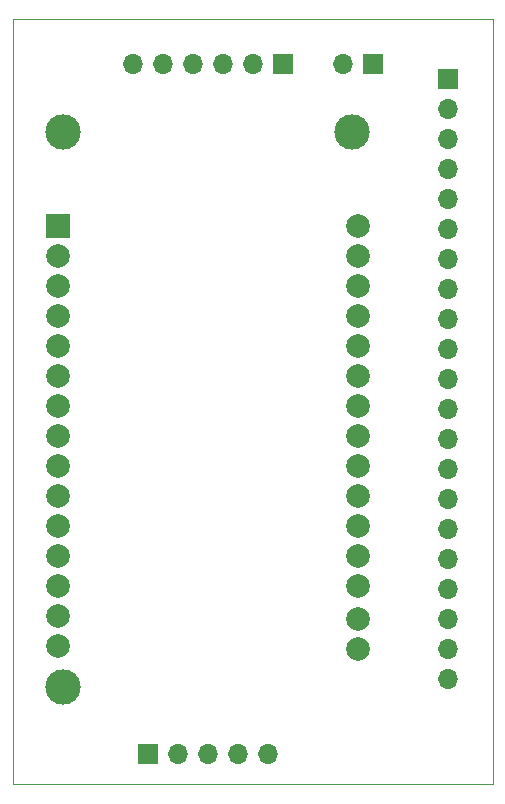
<source format=gts>
%TF.GenerationSoftware,KiCad,Pcbnew,(6.0.7)*%
%TF.CreationDate,2022-11-21T18:02:34-05:00*%
%TF.ProjectId,lower_v3,6c6f7765-725f-4763-932e-6b696361645f,rev?*%
%TF.SameCoordinates,Original*%
%TF.FileFunction,Soldermask,Top*%
%TF.FilePolarity,Negative*%
%FSLAX46Y46*%
G04 Gerber Fmt 4.6, Leading zero omitted, Abs format (unit mm)*
G04 Created by KiCad (PCBNEW (6.0.7)) date 2022-11-21 18:02:34*
%MOMM*%
%LPD*%
G01*
G04 APERTURE LIST*
%TA.AperFunction,Profile*%
%ADD10C,0.100000*%
%TD*%
%ADD11R,1.700000X1.700000*%
%ADD12O,1.700000X1.700000*%
%ADD13C,2.000000*%
%ADD14R,2.000000X2.000000*%
%ADD15C,3.000000*%
G04 APERTURE END LIST*
D10*
X154940000Y-138430000D02*
X114300000Y-138430000D01*
X114300000Y-138430000D02*
X114300000Y-73660000D01*
X114300000Y-73660000D02*
X154940000Y-73660000D01*
X154940000Y-73660000D02*
X154940000Y-138430000D01*
D11*
%TO.C,J2*%
X137160000Y-77470000D03*
D12*
X134620000Y-77470000D03*
X132080000Y-77470000D03*
X129540000Y-77470000D03*
X127000000Y-77470000D03*
X124460000Y-77470000D03*
%TD*%
D13*
%TO.C,U1*%
X143510000Y-91165000D03*
X143510000Y-93705000D03*
X143510000Y-96245000D03*
X143510000Y-98785000D03*
X143510000Y-101325000D03*
X143510000Y-103865000D03*
X143510000Y-106405000D03*
X143510000Y-108945000D03*
X143510000Y-111485000D03*
X143510000Y-114025000D03*
X143510000Y-116565000D03*
X143510000Y-119105000D03*
X143510000Y-121645000D03*
X143510000Y-124460000D03*
X143510000Y-127000000D03*
X118110000Y-126725000D03*
X118110000Y-124185000D03*
X118110000Y-121645000D03*
X118110000Y-119105000D03*
X118110000Y-116565000D03*
X118110000Y-114025000D03*
X118110000Y-111485000D03*
X118110000Y-108945000D03*
X118110000Y-106405000D03*
X118110000Y-103865000D03*
X118110000Y-101325000D03*
X118110000Y-98785000D03*
X118110000Y-96245000D03*
X118110000Y-93705000D03*
D14*
X118110000Y-91165000D03*
D15*
X118530000Y-83205000D03*
X143040000Y-83205000D03*
X118530000Y-130155000D03*
%TD*%
D11*
%TO.C,J1*%
X125730000Y-135890000D03*
D12*
X128270000Y-135890000D03*
X130810000Y-135890000D03*
X133350000Y-135890000D03*
X135890000Y-135890000D03*
%TD*%
D11*
%TO.C,J3*%
X151130000Y-78740000D03*
D12*
X151130000Y-81280000D03*
X151130000Y-83820000D03*
X151130000Y-86360000D03*
X151130000Y-88900000D03*
X151130000Y-91440000D03*
X151130000Y-93980000D03*
X151130000Y-96520000D03*
X151130000Y-99060000D03*
X151130000Y-101600000D03*
X151130000Y-104140000D03*
X151130000Y-106680000D03*
X151130000Y-109220000D03*
X151130000Y-111760000D03*
X151130000Y-114300000D03*
X151130000Y-116840000D03*
X151130000Y-119380000D03*
X151130000Y-121920000D03*
X151130000Y-124460000D03*
X151130000Y-127000000D03*
X151130000Y-129540000D03*
%TD*%
D11*
%TO.C,J4*%
X144780000Y-77470000D03*
D12*
X142240000Y-77470000D03*
%TD*%
M02*

</source>
